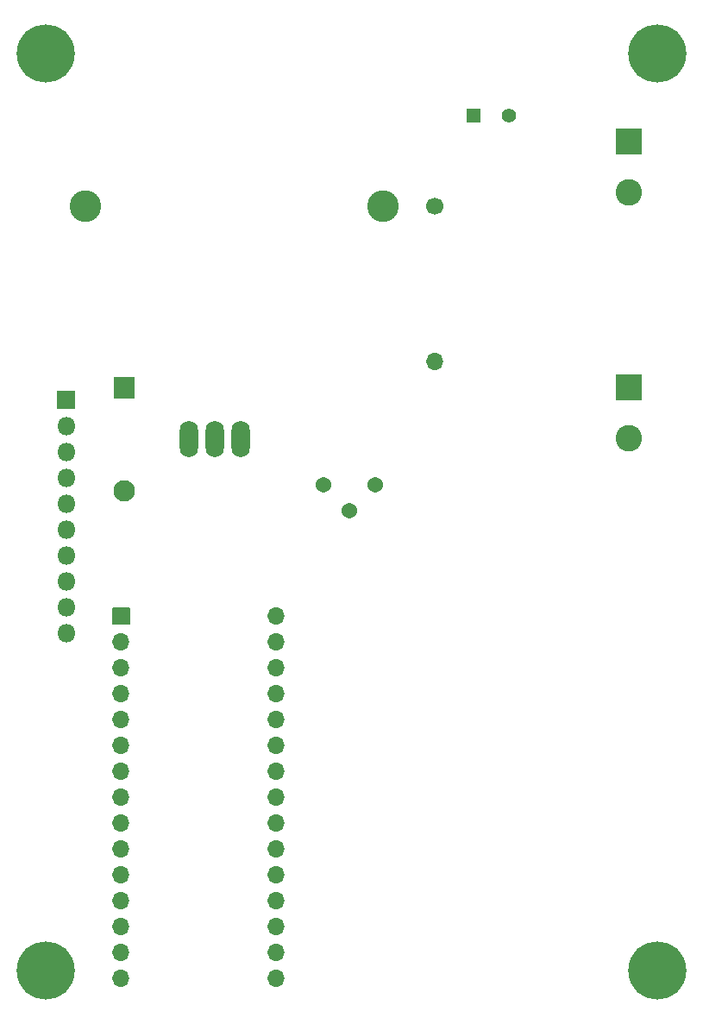
<source format=gbr>
%TF.GenerationSoftware,KiCad,Pcbnew,5.1.10*%
%TF.CreationDate,2021-10-26T18:05:11-04:00*%
%TF.ProjectId,BREAD_Slice,42524541-445f-4536-9c69-63652e6b6963,rev?*%
%TF.SameCoordinates,Original*%
%TF.FileFunction,Soldermask,Top*%
%TF.FilePolarity,Negative*%
%FSLAX46Y46*%
G04 Gerber Fmt 4.6, Leading zero omitted, Abs format (unit mm)*
G04 Created by KiCad (PCBNEW 5.1.10) date 2021-10-26 18:05:11*
%MOMM*%
%LPD*%
G01*
G04 APERTURE LIST*
%ADD10O,1.700000X1.700000*%
%ADD11C,1.700000*%
%ADD12C,1.540000*%
%ADD13O,1.799260X3.600120*%
%ADD14C,3.100000*%
%ADD15C,2.600000*%
%ADD16C,2.098980*%
%ADD17C,1.400000*%
%ADD18C,5.700000*%
%ADD19O,1.800000X1.800000*%
G04 APERTURE END LIST*
D10*
%TO.C,R1*%
X165780000Y-75030000D03*
D11*
X165780000Y-59790000D03*
%TD*%
D12*
%TO.C,RV1*%
X154850000Y-87120000D03*
X157390000Y-89660000D03*
X159930000Y-87120000D03*
%TD*%
D13*
%TO.C,Q1*%
X141650000Y-82650000D03*
X146730000Y-82650000D03*
X144190000Y-82650000D03*
%TD*%
D14*
%TO.C,L1*%
X160690000Y-59790000D03*
X131490000Y-59790000D03*
%TD*%
D15*
%TO.C,J3*%
X184830000Y-58440000D03*
G36*
G01*
X183580000Y-52140000D02*
X186080000Y-52140000D01*
G75*
G02*
X186130000Y-52190000I0J-50000D01*
G01*
X186130000Y-54690000D01*
G75*
G02*
X186080000Y-54740000I-50000J0D01*
G01*
X183580000Y-54740000D01*
G75*
G02*
X183530000Y-54690000I0J50000D01*
G01*
X183530000Y-52190000D01*
G75*
G02*
X183580000Y-52140000I50000J0D01*
G01*
G37*
%TD*%
%TO.C,J2*%
X184830000Y-82570000D03*
G36*
G01*
X183580000Y-76270000D02*
X186080000Y-76270000D01*
G75*
G02*
X186130000Y-76320000I0J-50000D01*
G01*
X186130000Y-78820000D01*
G75*
G02*
X186080000Y-78870000I-50000J0D01*
G01*
X183580000Y-78870000D01*
G75*
G02*
X183530000Y-78820000I0J50000D01*
G01*
X183530000Y-76320000D01*
G75*
G02*
X183580000Y-76270000I50000J0D01*
G01*
G37*
%TD*%
%TO.C,D1*%
G36*
G01*
X136302030Y-78619490D02*
X134303050Y-78619490D01*
G75*
G02*
X134253050Y-78569490I0J50000D01*
G01*
X134253050Y-76570510D01*
G75*
G02*
X134303050Y-76520510I50000J0D01*
G01*
X136302030Y-76520510D01*
G75*
G02*
X136352030Y-76570510I0J-50000D01*
G01*
X136352030Y-78569490D01*
G75*
G02*
X136302030Y-78619490I-50000J0D01*
G01*
G37*
D16*
X135302540Y-87730000D03*
%TD*%
%TO.C,C3*%
G36*
G01*
X168890000Y-51550000D02*
X168890000Y-50250000D01*
G75*
G02*
X168940000Y-50200000I50000J0D01*
G01*
X170240000Y-50200000D01*
G75*
G02*
X170290000Y-50250000I0J-50000D01*
G01*
X170290000Y-51550000D01*
G75*
G02*
X170240000Y-51600000I-50000J0D01*
G01*
X168940000Y-51600000D01*
G75*
G02*
X168890000Y-51550000I0J50000D01*
G01*
G37*
D17*
X173090000Y-50900000D03*
%TD*%
D18*
%TO.C,H4*%
X187600000Y-134800000D03*
%TD*%
%TO.C,H3*%
X127600000Y-134800000D03*
%TD*%
%TO.C,H2*%
X187600000Y-44800000D03*
%TD*%
%TO.C,H1*%
X127600000Y-44800000D03*
%TD*%
%TO.C,A1*%
G36*
G01*
X134150000Y-100800000D02*
X134150000Y-99200000D01*
G75*
G02*
X134200000Y-99150000I50000J0D01*
G01*
X135800000Y-99150000D01*
G75*
G02*
X135850000Y-99200000I0J-50000D01*
G01*
X135850000Y-100800000D01*
G75*
G02*
X135800000Y-100850000I-50000J0D01*
G01*
X134200000Y-100850000D01*
G75*
G02*
X134150000Y-100800000I0J50000D01*
G01*
G37*
D10*
X150240000Y-133020000D03*
X135000000Y-102540000D03*
X150240000Y-130480000D03*
X135000000Y-105080000D03*
X150240000Y-127940000D03*
X135000000Y-107620000D03*
X150240000Y-125400000D03*
X135000000Y-110160000D03*
X150240000Y-122860000D03*
X135000000Y-112700000D03*
X150240000Y-120320000D03*
X135000000Y-115240000D03*
X150240000Y-117780000D03*
X135000000Y-117780000D03*
X150240000Y-115240000D03*
X135000000Y-120320000D03*
X150240000Y-112700000D03*
X135000000Y-122860000D03*
X150240000Y-110160000D03*
X135000000Y-125400000D03*
X150240000Y-107620000D03*
X135000000Y-127940000D03*
X150240000Y-105080000D03*
X135000000Y-130480000D03*
X150240000Y-102540000D03*
X135000000Y-133020000D03*
X150240000Y-100000000D03*
X135000000Y-135560000D03*
X150240000Y-135560000D03*
%TD*%
%TO.C,J1*%
G36*
G01*
X128700000Y-79650000D02*
X128700000Y-77950000D01*
G75*
G02*
X128750000Y-77900000I50000J0D01*
G01*
X130450000Y-77900000D01*
G75*
G02*
X130500000Y-77950000I0J-50000D01*
G01*
X130500000Y-79650000D01*
G75*
G02*
X130450000Y-79700000I-50000J0D01*
G01*
X128750000Y-79700000D01*
G75*
G02*
X128700000Y-79650000I0J50000D01*
G01*
G37*
D19*
X129600000Y-81340000D03*
X129600000Y-83880000D03*
X129600000Y-86420000D03*
X129600000Y-88960000D03*
X129600000Y-91500000D03*
X129600000Y-94040000D03*
X129600000Y-96580000D03*
X129600000Y-99120000D03*
X129600000Y-101660000D03*
%TD*%
M02*

</source>
